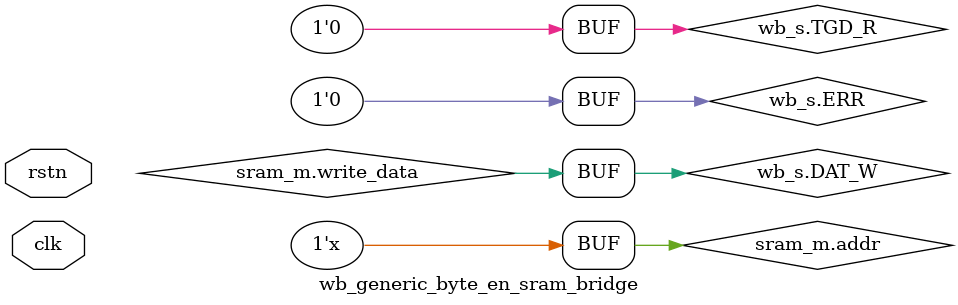
<source format=sv>
/****************************************************************************
 * wb_generic_byte_en_sram_bridge.sv
 ****************************************************************************/

/**
 * Module: wb_generic_byte_en_sram_bridge
 * 
 * TODO: Add module documentation
 */
module wb_generic_byte_en_sram_bridge #(
		parameter int			ADDRESS_WIDTH=10,
		parameter int			DATA_WIDTH=32
		) (
			input									clk,
			input									rstn,
			wb_if.slave								wb_s,
			generic_sram_byte_en_if.sram_client		sram_m
		);
	
	reg[1:0] state = 0;

	always @(posedge clk) begin
		if (rstn == 0) begin
			state <= 0;
		end else begin
			case (state)
				0:
					if (wb_s.CYC && wb_s.STB) begin
						state <= 1;
					end
				1:
					state <= 2;
				2:
					state <= 0;
				default:
					state <= 0;
			endcase
		end
	end
	
	initial begin
		$display("%m: ADDRESS_WIDTH=%0d DATA_WIDTH=%0d ADR[%0d:%0d]",
				ADDRESS_WIDTH, DATA_WIDTH,
				ADDRESS_WIDTH+(DATA_WIDTH/32),(DATA_WIDTH/32)+1);
	end
	
	assign sram_m.addr = wb_s.ADR[ADDRESS_WIDTH+(DATA_WIDTH/32):(DATA_WIDTH/32)+1];
	assign sram_m.read_en = (wb_s.CYC & wb_s.STB & !wb_s.WE);
	assign sram_m.write_en = (wb_s.CYC & wb_s.STB & wb_s.WE);
//	assign sram_m.read_en = (wb_s.CYC & wb_s.SEL & !wb_s.WE);
//	assign sram_m.write_en = (wb_s.CYC & wb_s.SEL & wb_s.WE);
	assign sram_m.byte_en = wb_s.SEL;
	assign sram_m.write_data = wb_s.DAT_W;
	assign wb_s.DAT_R = sram_m.read_data;

//	assign wb_s.ACK = (sram_m.read_en)?req_1:req;
	assign wb_s.ACK = (state == 2);
	assign wb_s.ERR = 0; // no errors
	
	assign wb_s.TGD_R = 0;

endmodule



</source>
